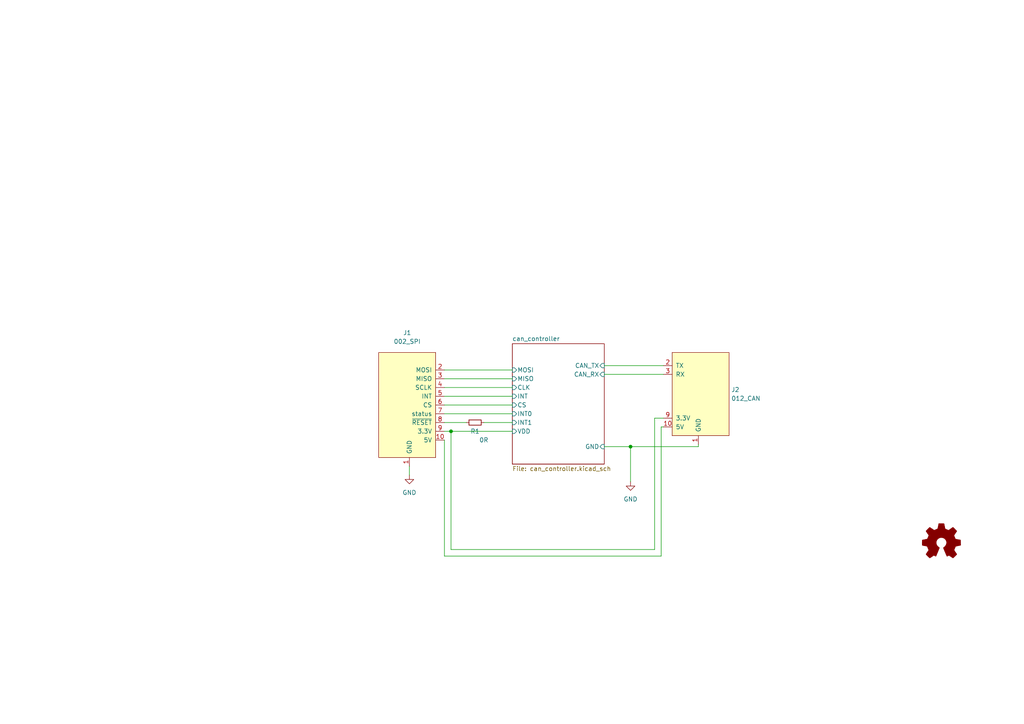
<source format=kicad_sch>
(kicad_sch (version 20211123) (generator eeschema)

  (uuid 57732dd3-1162-4c3f-88bd-31bf473d124d)

  (paper "A4")

  (lib_symbols
    (symbol "Device:R_Small" (pin_numbers hide) (pin_names (offset 0.254) hide) (in_bom yes) (on_board yes)
      (property "Reference" "R" (id 0) (at 0.762 0.508 0)
        (effects (font (size 1.27 1.27)) (justify left))
      )
      (property "Value" "R_Small" (id 1) (at 0.762 -1.016 0)
        (effects (font (size 1.27 1.27)) (justify left))
      )
      (property "Footprint" "" (id 2) (at 0 0 0)
        (effects (font (size 1.27 1.27)) hide)
      )
      (property "Datasheet" "~" (id 3) (at 0 0 0)
        (effects (font (size 1.27 1.27)) hide)
      )
      (property "ki_keywords" "R resistor" (id 4) (at 0 0 0)
        (effects (font (size 1.27 1.27)) hide)
      )
      (property "ki_description" "Resistor, small symbol" (id 5) (at 0 0 0)
        (effects (font (size 1.27 1.27)) hide)
      )
      (property "ki_fp_filters" "R_*" (id 6) (at 0 0 0)
        (effects (font (size 1.27 1.27)) hide)
      )
      (symbol "R_Small_0_1"
        (rectangle (start -0.762 1.778) (end 0.762 -1.778)
          (stroke (width 0.2032) (type default) (color 0 0 0 0))
          (fill (type none))
        )
      )
      (symbol "R_Small_1_1"
        (pin passive line (at 0 2.54 270) (length 0.762)
          (name "~" (effects (font (size 1.27 1.27))))
          (number "1" (effects (font (size 1.27 1.27))))
        )
        (pin passive line (at 0 -2.54 90) (length 0.762)
          (name "~" (effects (font (size 1.27 1.27))))
          (number "2" (effects (font (size 1.27 1.27))))
        )
      )
    )
    (symbol "Graphic:Logo_Open_Hardware_Small" (pin_names (offset 1.016)) (in_bom yes) (on_board yes)
      (property "Reference" "#LOGO" (id 0) (at 0 6.985 0)
        (effects (font (size 1.27 1.27)) hide)
      )
      (property "Value" "Logo_Open_Hardware_Small" (id 1) (at 0 -5.715 0)
        (effects (font (size 1.27 1.27)) hide)
      )
      (property "Footprint" "" (id 2) (at 0 0 0)
        (effects (font (size 1.27 1.27)) hide)
      )
      (property "Datasheet" "~" (id 3) (at 0 0 0)
        (effects (font (size 1.27 1.27)) hide)
      )
      (property "ki_keywords" "Logo" (id 4) (at 0 0 0)
        (effects (font (size 1.27 1.27)) hide)
      )
      (property "ki_description" "Open Hardware logo, small" (id 5) (at 0 0 0)
        (effects (font (size 1.27 1.27)) hide)
      )
      (symbol "Logo_Open_Hardware_Small_0_1"
        (polyline
          (pts
            (xy 3.3528 -4.3434)
            (xy 3.302 -4.318)
            (xy 3.175 -4.2418)
            (xy 2.9972 -4.1148)
            (xy 2.7686 -3.9624)
            (xy 2.54 -3.81)
            (xy 2.3622 -3.7084)
            (xy 2.2352 -3.6068)
            (xy 2.1844 -3.5814)
            (xy 2.159 -3.6068)
            (xy 2.0574 -3.6576)
            (xy 1.905 -3.7338)
            (xy 1.8034 -3.7846)
            (xy 1.6764 -3.8354)
            (xy 1.6002 -3.8354)
            (xy 1.6002 -3.8354)
            (xy 1.5494 -3.7338)
            (xy 1.4732 -3.5306)
            (xy 1.3462 -3.302)
            (xy 1.2446 -3.0226)
            (xy 1.1176 -2.7178)
            (xy 0.9652 -2.413)
            (xy 0.8636 -2.1082)
            (xy 0.7366 -1.8288)
            (xy 0.6604 -1.6256)
            (xy 0.6096 -1.4732)
            (xy 0.5842 -1.397)
            (xy 0.5842 -1.397)
            (xy 0.6604 -1.3208)
            (xy 0.7874 -1.2446)
            (xy 1.0414 -1.016)
            (xy 1.2954 -0.6858)
            (xy 1.4478 -0.3302)
            (xy 1.524 0.0762)
            (xy 1.4732 0.4572)
            (xy 1.3208 0.8128)
            (xy 1.0668 1.143)
            (xy 0.762 1.3716)
            (xy 0.4064 1.524)
            (xy 0 1.5748)
            (xy -0.381 1.5494)
            (xy -0.7366 1.397)
            (xy -1.0668 1.143)
            (xy -1.2192 0.9906)
            (xy -1.397 0.6604)
            (xy -1.524 0.3048)
            (xy -1.524 0.2286)
            (xy -1.4986 -0.1778)
            (xy -1.397 -0.5334)
            (xy -1.1938 -0.8636)
            (xy -0.9144 -1.143)
            (xy -0.8636 -1.1684)
            (xy -0.7366 -1.27)
            (xy -0.635 -1.3462)
            (xy -0.5842 -1.397)
            (xy -1.0668 -2.5908)
            (xy -1.143 -2.794)
            (xy -1.2954 -3.1242)
            (xy -1.397 -3.4036)
            (xy -1.4986 -3.6322)
            (xy -1.5748 -3.7846)
            (xy -1.6002 -3.8354)
            (xy -1.6002 -3.8354)
            (xy -1.651 -3.8354)
            (xy -1.7272 -3.81)
            (xy -1.905 -3.7338)
            (xy -2.0066 -3.683)
            (xy -2.1336 -3.6068)
            (xy -2.2098 -3.5814)
            (xy -2.2606 -3.6068)
            (xy -2.3622 -3.683)
            (xy -2.54 -3.81)
            (xy -2.7686 -3.9624)
            (xy -2.9718 -4.0894)
            (xy -3.1496 -4.2164)
            (xy -3.302 -4.318)
            (xy -3.3528 -4.3434)
            (xy -3.3782 -4.3434)
            (xy -3.429 -4.318)
            (xy -3.5306 -4.2164)
            (xy -3.7084 -4.064)
            (xy -3.937 -3.8354)
            (xy -3.9624 -3.81)
            (xy -4.1656 -3.6068)
            (xy -4.318 -3.4544)
            (xy -4.4196 -3.3274)
            (xy -4.445 -3.2766)
            (xy -4.445 -3.2766)
            (xy -4.4196 -3.2258)
            (xy -4.318 -3.0734)
            (xy -4.2164 -2.8956)
            (xy -4.064 -2.667)
            (xy -3.6576 -2.0828)
            (xy -3.8862 -1.5494)
            (xy -3.937 -1.3716)
            (xy -4.0386 -1.1684)
            (xy -4.0894 -1.0414)
            (xy -4.1148 -0.9652)
            (xy -4.191 -0.9398)
            (xy -4.318 -0.9144)
            (xy -4.5466 -0.8636)
            (xy -4.8006 -0.8128)
            (xy -5.0546 -0.7874)
            (xy -5.2578 -0.7366)
            (xy -5.4356 -0.7112)
            (xy -5.5118 -0.6858)
            (xy -5.5118 -0.6858)
            (xy -5.5372 -0.635)
            (xy -5.5372 -0.5588)
            (xy -5.5372 -0.4318)
            (xy -5.5626 -0.2286)
            (xy -5.5626 0.0762)
            (xy -5.5626 0.127)
            (xy -5.5372 0.4064)
            (xy -5.5372 0.635)
            (xy -5.5372 0.762)
            (xy -5.5372 0.8382)
            (xy -5.5372 0.8382)
            (xy -5.461 0.8382)
            (xy -5.3086 0.889)
            (xy -5.08 0.9144)
            (xy -4.826 0.9652)
            (xy -4.8006 0.9906)
            (xy -4.5466 1.0414)
            (xy -4.318 1.0668)
            (xy -4.1656 1.1176)
            (xy -4.0894 1.143)
            (xy -4.0894 1.143)
            (xy -4.0386 1.2446)
            (xy -3.9624 1.4224)
            (xy -3.8608 1.6256)
            (xy -3.7846 1.8288)
            (xy -3.7084 2.0066)
            (xy -3.6576 2.159)
            (xy -3.6322 2.2098)
            (xy -3.6322 2.2098)
            (xy -3.683 2.286)
            (xy -3.7592 2.413)
            (xy -3.8862 2.5908)
            (xy -4.064 2.8194)
            (xy -4.064 2.8448)
            (xy -4.2164 3.0734)
            (xy -4.3434 3.2512)
            (xy -4.4196 3.3782)
            (xy -4.445 3.4544)
            (xy -4.445 3.4544)
            (xy -4.3942 3.5052)
            (xy -4.2926 3.6322)
            (xy -4.1148 3.81)
            (xy -3.937 4.0132)
            (xy -3.8608 4.064)
            (xy -3.6576 4.2926)
            (xy -3.5052 4.4196)
            (xy -3.4036 4.4958)
            (xy -3.3528 4.5212)
            (xy -3.3528 4.5212)
            (xy -3.302 4.4704)
            (xy -3.1496 4.3688)
            (xy -2.9718 4.2418)
            (xy -2.7432 4.0894)
            (xy -2.7178 4.0894)
            (xy -2.4892 3.937)
            (xy -2.3114 3.81)
            (xy -2.1844 3.7084)
            (xy -2.1336 3.683)
            (xy -2.1082 3.683)
            (xy -2.032 3.7084)
            (xy -1.8542 3.7592)
            (xy -1.6764 3.8354)
            (xy -1.4732 3.937)
            (xy -1.27 4.0132)
            (xy -1.143 4.064)
            (xy -1.0668 4.1148)
            (xy -1.0668 4.1148)
            (xy -1.0414 4.191)
            (xy -1.016 4.3434)
            (xy -0.9652 4.572)
            (xy -0.9144 4.8514)
            (xy -0.889 4.9022)
            (xy -0.8382 5.1562)
            (xy -0.8128 5.3848)
            (xy -0.7874 5.5372)
            (xy -0.762 5.588)
            (xy -0.7112 5.6134)
            (xy -0.5842 5.6134)
            (xy -0.4064 5.6134)
            (xy -0.1524 5.6134)
            (xy 0.0762 5.6134)
            (xy 0.3302 5.6134)
            (xy 0.5334 5.6134)
            (xy 0.6858 5.588)
            (xy 0.7366 5.588)
            (xy 0.7366 5.588)
            (xy 0.762 5.5118)
            (xy 0.8128 5.334)
            (xy 0.8382 5.1054)
            (xy 0.9144 4.826)
            (xy 0.9144 4.7752)
            (xy 0.9652 4.5212)
            (xy 1.016 4.2926)
            (xy 1.0414 4.1402)
            (xy 1.0668 4.0894)
            (xy 1.0668 4.0894)
            (xy 1.1938 4.0386)
            (xy 1.3716 3.9624)
            (xy 1.5748 3.8608)
            (xy 2.0828 3.6576)
            (xy 2.7178 4.0894)
            (xy 2.7686 4.1402)
            (xy 2.9972 4.2926)
            (xy 3.175 4.4196)
            (xy 3.302 4.4958)
            (xy 3.3782 4.5212)
            (xy 3.3782 4.5212)
            (xy 3.429 4.4704)
            (xy 3.556 4.3434)
            (xy 3.7338 4.191)
            (xy 3.9116 3.9878)
            (xy 4.064 3.8354)
            (xy 4.2418 3.6576)
            (xy 4.3434 3.556)
            (xy 4.4196 3.4798)
            (xy 4.4196 3.429)
            (xy 4.4196 3.4036)
            (xy 4.3942 3.3274)
            (xy 4.2926 3.2004)
            (xy 4.1656 2.9972)
            (xy 4.0132 2.794)
            (xy 3.8862 2.5908)
            (xy 3.7592 2.3876)
            (xy 3.6576 2.2352)
            (xy 3.6322 2.159)
            (xy 3.6322 2.1336)
            (xy 3.683 2.0066)
            (xy 3.7592 1.8288)
            (xy 3.8608 1.6002)
            (xy 4.064 1.1176)
            (xy 4.3942 1.0414)
            (xy 4.5974 1.016)
            (xy 4.8768 0.9652)
            (xy 5.1308 0.9144)
            (xy 5.5372 0.8382)
            (xy 5.5626 -0.6604)
            (xy 5.4864 -0.6858)
            (xy 5.4356 -0.6858)
            (xy 5.2832 -0.7366)
            (xy 5.0546 -0.762)
            (xy 4.8006 -0.8128)
            (xy 4.5974 -0.8636)
            (xy 4.3688 -0.9144)
            (xy 4.2164 -0.9398)
            (xy 4.1402 -0.9398)
            (xy 4.1148 -0.9652)
            (xy 4.064 -1.0668)
            (xy 3.9878 -1.2446)
            (xy 3.9116 -1.4478)
            (xy 3.81 -1.651)
            (xy 3.7338 -1.8542)
            (xy 3.683 -2.0066)
            (xy 3.6576 -2.0828)
            (xy 3.683 -2.1336)
            (xy 3.7846 -2.2606)
            (xy 3.8862 -2.4638)
            (xy 4.0386 -2.667)
            (xy 4.191 -2.8956)
            (xy 4.318 -3.0734)
            (xy 4.3942 -3.2004)
            (xy 4.445 -3.2766)
            (xy 4.4196 -3.3274)
            (xy 4.3434 -3.429)
            (xy 4.1656 -3.5814)
            (xy 3.937 -3.8354)
            (xy 3.8862 -3.8608)
            (xy 3.683 -4.064)
            (xy 3.5306 -4.2164)
            (xy 3.4036 -4.318)
            (xy 3.3528 -4.3434)
          )
          (stroke (width 0) (type default) (color 0 0 0 0))
          (fill (type outline))
        )
      )
    )
    (symbol "power:GND" (power) (pin_names (offset 0)) (in_bom yes) (on_board yes)
      (property "Reference" "#PWR" (id 0) (at 0 -6.35 0)
        (effects (font (size 1.27 1.27)) hide)
      )
      (property "Value" "GND" (id 1) (at 0 -3.81 0)
        (effects (font (size 1.27 1.27)))
      )
      (property "Footprint" "" (id 2) (at 0 0 0)
        (effects (font (size 1.27 1.27)) hide)
      )
      (property "Datasheet" "" (id 3) (at 0 0 0)
        (effects (font (size 1.27 1.27)) hide)
      )
      (property "ki_keywords" "power-flag" (id 4) (at 0 0 0)
        (effects (font (size 1.27 1.27)) hide)
      )
      (property "ki_description" "Power symbol creates a global label with name \"GND\" , ground" (id 5) (at 0 0 0)
        (effects (font (size 1.27 1.27)) hide)
      )
      (symbol "GND_0_1"
        (polyline
          (pts
            (xy 0 0)
            (xy 0 -1.27)
            (xy 1.27 -1.27)
            (xy 0 -2.54)
            (xy -1.27 -1.27)
            (xy 0 -1.27)
          )
          (stroke (width 0) (type default) (color 0 0 0 0))
          (fill (type none))
        )
      )
      (symbol "GND_1_1"
        (pin power_in line (at 0 0 270) (length 0) hide
          (name "GND" (effects (font (size 1.27 1.27))))
          (number "1" (effects (font (size 1.27 1.27))))
        )
      )
    )
    (symbol "put_on_edge:002_SPI" (pin_names (offset 1.016)) (in_bom yes) (on_board yes)
      (property "Reference" "J" (id 0) (at -1.27 13.97 0)
        (effects (font (size 1.27 1.27)))
      )
      (property "Value" "002_SPI" (id 1) (at 10.16 13.97 0)
        (effects (font (size 1.27 1.27)))
      )
      (property "Footprint" "" (id 2) (at 8.89 16.51 0)
        (effects (font (size 1.27 1.27)) hide)
      )
      (property "Datasheet" "" (id 3) (at 8.89 16.51 0)
        (effects (font (size 1.27 1.27)) hide)
      )
      (symbol "002_SPI_0_1"
        (rectangle (start -7.62 12.7) (end 8.89 -17.78)
          (stroke (width 0) (type default) (color 0 0 0 0))
          (fill (type background))
        )
      )
      (symbol "002_SPI_1_1"
        (pin power_in line (at 0 -20.32 90) (length 2.54)
          (name "GND" (effects (font (size 1.27 1.27))))
          (number "1" (effects (font (size 1.27 1.27))))
        )
        (pin power_in line (at -10.16 -12.7 0) (length 2.54)
          (name "5V" (effects (font (size 1.27 1.27))))
          (number "10" (effects (font (size 1.27 1.27))))
        )
        (pin bidirectional line (at -10.16 7.62 0) (length 2.54)
          (name "MOSI" (effects (font (size 1.27 1.27))))
          (number "2" (effects (font (size 1.27 1.27))))
        )
        (pin bidirectional line (at -10.16 5.08 0) (length 2.54)
          (name "MISO" (effects (font (size 1.27 1.27))))
          (number "3" (effects (font (size 1.27 1.27))))
        )
        (pin bidirectional line (at -10.16 2.54 0) (length 2.54)
          (name "SCLK" (effects (font (size 1.27 1.27))))
          (number "4" (effects (font (size 1.27 1.27))))
        )
        (pin bidirectional line (at -10.16 0 0) (length 2.54)
          (name "INT" (effects (font (size 1.27 1.27))))
          (number "5" (effects (font (size 1.27 1.27))))
        )
        (pin bidirectional line (at -10.16 -2.54 0) (length 2.54)
          (name "CS" (effects (font (size 1.27 1.27))))
          (number "6" (effects (font (size 1.27 1.27))))
        )
        (pin bidirectional line (at -10.16 -5.08 0) (length 2.54)
          (name "status" (effects (font (size 1.27 1.27))))
          (number "7" (effects (font (size 1.27 1.27))))
        )
        (pin bidirectional line (at -10.16 -7.62 0) (length 2.54)
          (name "~{RESET}" (effects (font (size 1.27 1.27))))
          (number "8" (effects (font (size 1.27 1.27))))
        )
        (pin power_in line (at -10.16 -10.16 0) (length 2.54)
          (name "3.3V" (effects (font (size 1.27 1.27))))
          (number "9" (effects (font (size 1.27 1.27))))
        )
      )
    )
    (symbol "put_on_edge:012_CAN" (pin_names (offset 1.016)) (in_bom yes) (on_board yes)
      (property "Reference" "J" (id 0) (at -1.27 12.7 0)
        (effects (font (size 1.27 1.27)))
      )
      (property "Value" "012_CAN" (id 1) (at 10.16 12.7 0)
        (effects (font (size 1.27 1.27)))
      )
      (property "Footprint" "" (id 2) (at 7.62 16.51 0)
        (effects (font (size 1.27 1.27)) hide)
      )
      (property "Datasheet" "" (id 3) (at 7.62 16.51 0)
        (effects (font (size 1.27 1.27)) hide)
      )
      (symbol "012_CAN_0_1"
        (rectangle (start -7.62 11.43) (end 8.89 -12.7)
          (stroke (width 0) (type default) (color 0 0 0 0))
          (fill (type background))
        )
      )
      (symbol "012_CAN_1_1"
        (pin power_in line (at 0 -15.24 90) (length 2.54)
          (name "GND" (effects (font (size 1.27 1.27))))
          (number "1" (effects (font (size 1.27 1.27))))
        )
        (pin power_in line (at -10.16 -10.16 0) (length 2.54)
          (name "5V" (effects (font (size 1.27 1.27))))
          (number "10" (effects (font (size 1.27 1.27))))
        )
        (pin bidirectional line (at -10.16 7.62 0) (length 2.54)
          (name "TX" (effects (font (size 1.27 1.27))))
          (number "2" (effects (font (size 1.27 1.27))))
        )
        (pin bidirectional line (at -10.16 5.08 0) (length 2.54)
          (name "RX" (effects (font (size 1.27 1.27))))
          (number "3" (effects (font (size 1.27 1.27))))
        )
        (pin power_in line (at -10.16 -7.62 0) (length 2.54)
          (name "3.3V" (effects (font (size 1.27 1.27))))
          (number "9" (effects (font (size 1.27 1.27))))
        )
      )
    )
  )

  (junction (at 182.88 129.54) (diameter 0) (color 0 0 0 0)
    (uuid 4ca91e05-6a5e-4a93-a826-da4332eec0ee)
  )
  (junction (at 130.81 125.095) (diameter 0) (color 0 0 0 0)
    (uuid 8984f9e4-b5c2-4e12-8add-f918329fd5f9)
  )

  (wire (pts (xy 118.745 135.255) (xy 118.745 137.795))
    (stroke (width 0) (type default) (color 0 0 0 0))
    (uuid 0a73628c-4b6f-4487-a9fe-d214a5063495)
  )
  (wire (pts (xy 128.905 109.855) (xy 148.59 109.855))
    (stroke (width 0) (type default) (color 0 0 0 0))
    (uuid 0aa8835d-2489-49a2-b56c-f55cc5b61198)
  )
  (wire (pts (xy 128.905 112.395) (xy 148.59 112.395))
    (stroke (width 0) (type default) (color 0 0 0 0))
    (uuid 0f725ccb-6ad4-4c57-8db6-f7635024a45f)
  )
  (wire (pts (xy 175.26 106.045) (xy 192.405 106.045))
    (stroke (width 0) (type default) (color 0 0 0 0))
    (uuid 310fa989-20b8-4c9c-9ff8-29c7a98a4c0f)
  )
  (wire (pts (xy 130.81 159.385) (xy 130.81 125.095))
    (stroke (width 0) (type default) (color 0 0 0 0))
    (uuid 3a7b8c27-f340-42e7-bdb8-db5b2b2253a3)
  )
  (wire (pts (xy 128.905 107.315) (xy 148.59 107.315))
    (stroke (width 0) (type default) (color 0 0 0 0))
    (uuid 3faef660-8d83-4286-9584-815f9c133839)
  )
  (wire (pts (xy 182.88 129.54) (xy 182.88 139.7))
    (stroke (width 0) (type default) (color 0 0 0 0))
    (uuid 5a1fc14d-1d6f-444c-82b2-77ce3f0eeb3f)
  )
  (wire (pts (xy 202.565 129.54) (xy 182.88 129.54))
    (stroke (width 0) (type default) (color 0 0 0 0))
    (uuid 61f038b8-f63b-4cb9-bb49-3e64cdf3bb49)
  )
  (wire (pts (xy 128.905 114.935) (xy 148.59 114.935))
    (stroke (width 0) (type default) (color 0 0 0 0))
    (uuid 6313bd2e-d164-42b7-9af0-2a0a50155e7a)
  )
  (wire (pts (xy 130.81 125.095) (xy 148.59 125.095))
    (stroke (width 0) (type default) (color 0 0 0 0))
    (uuid 808f35a8-3365-41c4-a858-bd2c37ad23a9)
  )
  (wire (pts (xy 128.905 122.555) (xy 135.255 122.555))
    (stroke (width 0) (type default) (color 0 0 0 0))
    (uuid 90272e67-154d-46b7-8f9b-7c09a0702d4a)
  )
  (wire (pts (xy 140.335 122.555) (xy 148.59 122.555))
    (stroke (width 0) (type default) (color 0 0 0 0))
    (uuid 95f2750d-9c41-4720-b27e-f35abf206d94)
  )
  (wire (pts (xy 189.865 121.285) (xy 189.865 159.385))
    (stroke (width 0) (type default) (color 0 0 0 0))
    (uuid 996c18ff-2877-4e70-904b-d58a0a7bd064)
  )
  (wire (pts (xy 128.905 127.635) (xy 128.905 161.29))
    (stroke (width 0) (type default) (color 0 0 0 0))
    (uuid 9ad887a5-781a-449e-932d-5fb4193eb5f7)
  )
  (wire (pts (xy 191.77 161.29) (xy 191.77 123.825))
    (stroke (width 0) (type default) (color 0 0 0 0))
    (uuid a0fe8365-6b99-45cf-bef3-ae45b8163b3c)
  )
  (wire (pts (xy 202.565 128.905) (xy 202.565 129.54))
    (stroke (width 0) (type default) (color 0 0 0 0))
    (uuid a9adb1dd-d13c-4e66-b3d2-aab0a45632f8)
  )
  (wire (pts (xy 175.26 129.54) (xy 182.88 129.54))
    (stroke (width 0) (type default) (color 0 0 0 0))
    (uuid b5f50e6e-6728-4454-96f5-44e0bc388ce5)
  )
  (wire (pts (xy 192.405 121.285) (xy 189.865 121.285))
    (stroke (width 0) (type default) (color 0 0 0 0))
    (uuid b8b3f073-44a4-43e9-955b-7bd49c21b177)
  )
  (wire (pts (xy 189.865 159.385) (xy 130.81 159.385))
    (stroke (width 0) (type default) (color 0 0 0 0))
    (uuid c5fe8566-ffa3-4639-8339-a9a5a0c780ee)
  )
  (wire (pts (xy 128.905 161.29) (xy 191.77 161.29))
    (stroke (width 0) (type default) (color 0 0 0 0))
    (uuid c8d8eb9e-e496-475c-b256-7490c514b337)
  )
  (wire (pts (xy 191.77 123.825) (xy 192.405 123.825))
    (stroke (width 0) (type default) (color 0 0 0 0))
    (uuid d18aa636-217d-4bf7-b94f-bde4f17e9dae)
  )
  (wire (pts (xy 128.905 120.015) (xy 148.59 120.015))
    (stroke (width 0) (type default) (color 0 0 0 0))
    (uuid e23fc9ce-39f1-4005-9530-e5e8a433e310)
  )
  (wire (pts (xy 175.26 108.585) (xy 192.405 108.585))
    (stroke (width 0) (type default) (color 0 0 0 0))
    (uuid e45b9f0f-039b-4efb-912c-615737014d3c)
  )
  (wire (pts (xy 130.81 125.095) (xy 128.905 125.095))
    (stroke (width 0) (type default) (color 0 0 0 0))
    (uuid e7e10d14-92b0-440e-9231-cf04abb59ecb)
  )
  (wire (pts (xy 128.905 117.475) (xy 148.59 117.475))
    (stroke (width 0) (type default) (color 0 0 0 0))
    (uuid ed34264f-76b3-4987-b190-6207148a799b)
  )

  (symbol (lib_id "put_on_edge:002_SPI") (at 118.745 114.935 0) (mirror y) (unit 1)
    (in_bom yes) (on_board yes) (fields_autoplaced)
    (uuid 16527aa8-8824-449a-ba9a-cce706277b1a)
    (property "Reference" "J1" (id 0) (at 118.11 96.52 0))
    (property "Value" "002_SPI" (id 1) (at 118.11 99.06 0))
    (property "Footprint" "on_edge:on_edge_2x05_device" (id 2) (at 109.855 98.425 0)
      (effects (font (size 1.27 1.27)) hide)
    )
    (property "Datasheet" "" (id 3) (at 109.855 98.425 0)
      (effects (font (size 1.27 1.27)) hide)
    )
    (pin "1" (uuid 809453ad-31e9-4ec3-89c6-531c4847819f))
    (pin "10" (uuid 770651e3-e8a9-4e08-88be-2143bfc1d471))
    (pin "2" (uuid 85601c9e-6621-4d33-ab27-bab8e91b3cc1))
    (pin "3" (uuid 0ab3a562-a174-4a7f-a9a0-f6c270b90cab))
    (pin "4" (uuid 1a75f167-a194-46ec-a1d9-5af63c7dd621))
    (pin "5" (uuid a77ce707-9a77-4d50-b77f-cc63fd71f337))
    (pin "6" (uuid fbd7dd0c-10f6-41c9-adbe-b13d472a60a2))
    (pin "7" (uuid 268b0697-51ba-4926-bdcb-18d6dc0f03c0))
    (pin "8" (uuid b6d41c6b-b598-4aa9-a1b4-695978b50dc3))
    (pin "9" (uuid 40ee2aba-2d50-4196-bb8c-28de09f8c20d))
  )

  (symbol (lib_id "put_on_edge:012_CAN") (at 202.565 113.665 0) (unit 1)
    (in_bom yes) (on_board yes) (fields_autoplaced)
    (uuid 6a0a5fdf-db48-4682-b7af-2b2dccc522a2)
    (property "Reference" "J2" (id 0) (at 212.09 113.0299 0)
      (effects (font (size 1.27 1.27)) (justify left))
    )
    (property "Value" "012_CAN" (id 1) (at 212.09 115.5699 0)
      (effects (font (size 1.27 1.27)) (justify left))
    )
    (property "Footprint" "on_edge:on_edge_2x05_host" (id 2) (at 210.185 97.155 0)
      (effects (font (size 1.27 1.27)) hide)
    )
    (property "Datasheet" "" (id 3) (at 210.185 97.155 0)
      (effects (font (size 1.27 1.27)) hide)
    )
    (pin "1" (uuid 3b160a46-f1a5-45aa-8514-4172ab4b4e44))
    (pin "10" (uuid 4b554e7c-3eb2-45bd-9977-23f360bb3353))
    (pin "2" (uuid b57d84dc-d951-44b1-8de7-c2c2d59cd8ff))
    (pin "3" (uuid 154e2232-5679-42fe-ba08-c60054e9b698))
    (pin "9" (uuid 17fd67b1-670b-4a3f-9196-e11de4e0c102))
  )

  (symbol (lib_id "power:GND") (at 118.745 137.795 0) (unit 1)
    (in_bom yes) (on_board yes) (fields_autoplaced)
    (uuid 7cc3e03d-b637-4642-9e8b-9807025b0e0b)
    (property "Reference" "#PWR0102" (id 0) (at 118.745 144.145 0)
      (effects (font (size 1.27 1.27)) hide)
    )
    (property "Value" "GND" (id 1) (at 118.745 142.875 0))
    (property "Footprint" "" (id 2) (at 118.745 137.795 0)
      (effects (font (size 1.27 1.27)) hide)
    )
    (property "Datasheet" "" (id 3) (at 118.745 137.795 0)
      (effects (font (size 1.27 1.27)) hide)
    )
    (pin "1" (uuid 27b51341-0648-4f07-adb3-4ec2fa352b97))
  )

  (symbol (lib_id "Device:R_Small") (at 137.795 122.555 90) (mirror x) (unit 1)
    (in_bom yes) (on_board yes)
    (uuid 900d6efa-00f1-45fa-803d-6e98f8ae0030)
    (property "Reference" "R1" (id 0) (at 137.795 125.095 90))
    (property "Value" "0R" (id 1) (at 140.335 127.635 90))
    (property "Footprint" "Resistor_SMD:R_0603_1608Metric" (id 2) (at 137.795 122.555 0)
      (effects (font (size 1.27 1.27)) hide)
    )
    (property "Datasheet" "~" (id 3) (at 137.795 122.555 0)
      (effects (font (size 1.27 1.27)) hide)
    )
    (pin "1" (uuid e0246522-ff13-4509-8999-0e115e8badb5))
    (pin "2" (uuid a7b1653b-8b36-4ecb-a30d-b6a4d72d3860))
  )

  (symbol (lib_id "power:GND") (at 182.88 139.7 0) (unit 1)
    (in_bom yes) (on_board yes) (fields_autoplaced)
    (uuid 971afa99-5d33-4a72-a8e1-edd3c45138ed)
    (property "Reference" "#PWR0101" (id 0) (at 182.88 146.05 0)
      (effects (font (size 1.27 1.27)) hide)
    )
    (property "Value" "GND" (id 1) (at 182.88 144.78 0))
    (property "Footprint" "" (id 2) (at 182.88 139.7 0)
      (effects (font (size 1.27 1.27)) hide)
    )
    (property "Datasheet" "" (id 3) (at 182.88 139.7 0)
      (effects (font (size 1.27 1.27)) hide)
    )
    (pin "1" (uuid 0e12e353-ffd6-4e27-8957-653e209f57b0))
  )

  (symbol (lib_id "Graphic:Logo_Open_Hardware_Small") (at 273.05 157.48 0) (unit 1)
    (in_bom yes) (on_board yes) (fields_autoplaced)
    (uuid b72b6f4a-7489-40f2-bb90-d75ae01aa368)
    (property "Reference" "LOGO1" (id 0) (at 273.05 150.495 0)
      (effects (font (size 1.27 1.27)) hide)
    )
    (property "Value" "Logo_Open_Hardware_Small" (id 1) (at 273.05 163.195 0)
      (effects (font (size 1.27 1.27)) hide)
    )
    (property "Footprint" "Symbol:OSHW-Symbol_6.7x6mm_SilkScreen" (id 2) (at 273.05 157.48 0)
      (effects (font (size 1.27 1.27)) hide)
    )
    (property "Datasheet" "~" (id 3) (at 273.05 157.48 0)
      (effects (font (size 1.27 1.27)) hide)
    )
  )

  (sheet (at 148.59 99.695) (size 26.67 34.925) (fields_autoplaced)
    (stroke (width 0.1524) (type solid) (color 0 0 0 0))
    (fill (color 0 0 0 0.0000))
    (uuid 767ce4c6-0e55-4543-92f0-34cb8237a544)
    (property "Sheet name" "can_controller" (id 0) (at 148.59 98.9834 0)
      (effects (font (size 1.27 1.27)) (justify left bottom))
    )
    (property "Sheet file" "can_controller.kicad_sch" (id 1) (at 148.59 135.2046 0)
      (effects (font (size 1.27 1.27)) (justify left top))
    )
    (pin "GND" input (at 175.26 129.54 0)
      (effects (font (size 1.27 1.27)) (justify right))
      (uuid 466cf29f-04d2-4303-aa26-8ec28548d2f2)
    )
    (pin "VDD" input (at 148.59 125.095 180)
      (effects (font (size 1.27 1.27)) (justify left))
      (uuid 17917b83-4d98-4092-8958-87c696080acd)
    )
    (pin "CAN_TX" input (at 175.26 106.045 0)
      (effects (font (size 1.27 1.27)) (justify right))
      (uuid aebb5ba9-8e17-4660-b342-e55e23dee5dc)
    )
    (pin "INT0" input (at 148.59 120.015 180)
      (effects (font (size 1.27 1.27)) (justify left))
      (uuid 8aa6ac6a-758a-41aa-815f-163ae7a28778)
    )
    (pin "INT1" input (at 148.59 122.555 180)
      (effects (font (size 1.27 1.27)) (justify left))
      (uuid fbfef0bb-8c20-4481-b45e-ad997c9f1642)
    )
    (pin "INT" input (at 148.59 114.935 180)
      (effects (font (size 1.27 1.27)) (justify left))
      (uuid 43ade6e2-468e-4edd-ace7-60f92c9239b1)
    )
    (pin "CAN_RX" input (at 175.26 108.585 0)
      (effects (font (size 1.27 1.27)) (justify right))
      (uuid 19b1b7c4-403d-4718-8167-52cfe38dc4c2)
    )
    (pin "MOSI" input (at 148.59 107.315 180)
      (effects (font (size 1.27 1.27)) (justify left))
      (uuid a681f965-ac0d-40f0-af9c-bedcefbcdde8)
    )
    (pin "MISO" input (at 148.59 109.855 180)
      (effects (font (size 1.27 1.27)) (justify left))
      (uuid 6e1a45ea-5b9f-40cc-85ef-bf34741c08a5)
    )
    (pin "CS" input (at 148.59 117.475 180)
      (effects (font (size 1.27 1.27)) (justify left))
      (uuid 6df6d30a-b93a-419e-a072-310d4b6d7b00)
    )
    (pin "CLK" input (at 148.59 112.395 180)
      (effects (font (size 1.27 1.27)) (justify left))
      (uuid 9c701b2d-5249-4b0a-812f-c0913979c2a0)
    )
  )

  (sheet_instances
    (path "/" (page "1"))
    (path "/767ce4c6-0e55-4543-92f0-34cb8237a544" (page "2"))
  )

  (symbol_instances
    (path "/971afa99-5d33-4a72-a8e1-edd3c45138ed"
      (reference "#PWR0101") (unit 1) (value "GND") (footprint "")
    )
    (path "/7cc3e03d-b637-4642-9e8b-9807025b0e0b"
      (reference "#PWR0102") (unit 1) (value "GND") (footprint "")
    )
    (path "/767ce4c6-0e55-4543-92f0-34cb8237a544/749d5496-e663-49c9-aa79-f98b1eae1d31"
      (reference "C1") (unit 1) (value "22pF") (footprint "Capacitor_SMD:C_0603_1608Metric")
    )
    (path "/767ce4c6-0e55-4543-92f0-34cb8237a544/eff57262-120d-4a58-a36b-bd3f36ccac2d"
      (reference "C2") (unit 1) (value "22pF") (footprint "Capacitor_SMD:C_0603_1608Metric")
    )
    (path "/767ce4c6-0e55-4543-92f0-34cb8237a544/43561cda-993a-4e64-912b-e25bcd646e26"
      (reference "C3") (unit 1) (value "1uF") (footprint "Capacitor_SMD:C_0603_1608Metric")
    )
    (path "/767ce4c6-0e55-4543-92f0-34cb8237a544/022e2ee6-ccdc-4ef1-9f83-6335f42ca4c9"
      (reference "C4") (unit 1) (value "100nF") (footprint "Capacitor_SMD:C_0603_1608Metric")
    )
    (path "/16527aa8-8824-449a-ba9a-cce706277b1a"
      (reference "J1") (unit 1) (value "002_SPI") (footprint "on_edge:on_edge_2x05_device")
    )
    (path "/6a0a5fdf-db48-4682-b7af-2b2dccc522a2"
      (reference "J2") (unit 1) (value "012_CAN") (footprint "on_edge:on_edge_2x05_host")
    )
    (path "/b72b6f4a-7489-40f2-bb90-d75ae01aa368"
      (reference "LOGO1") (unit 1) (value "Logo_Open_Hardware_Small") (footprint "Symbol:OSHW-Symbol_6.7x6mm_SilkScreen")
    )
    (path "/900d6efa-00f1-45fa-803d-6e98f8ae0030"
      (reference "R1") (unit 1) (value "0R") (footprint "Resistor_SMD:R_0603_1608Metric")
    )
    (path "/767ce4c6-0e55-4543-92f0-34cb8237a544/4894af96-0003-49e7-b57f-31b493229554"
      (reference "U1") (unit 1) (value "MCP2517FD-xSL") (footprint "Package_SO:SOIC-14_3.9x8.7mm_P1.27mm")
    )
    (path "/767ce4c6-0e55-4543-92f0-34cb8237a544/14234535-c254-4771-987e-2e1008cfb35e"
      (reference "Y1") (unit 1) (value "20MhZ") (footprint "Crystal:Crystal_SMD_Abracon_ABM8G-4Pin_3.2x2.5mm")
    )
  )
)

</source>
